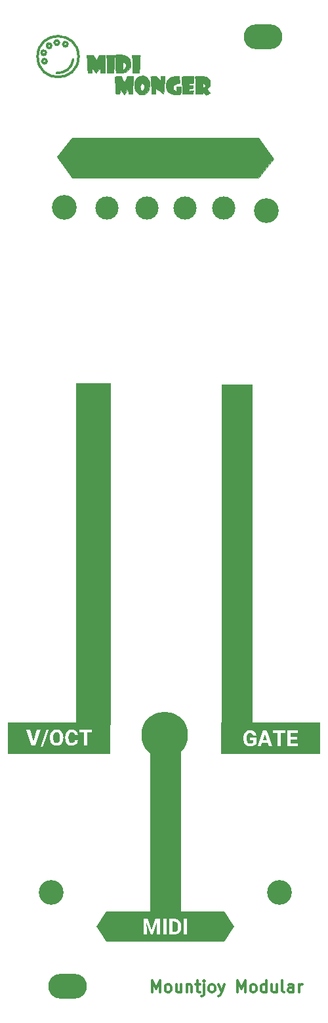
<source format=gbr>
G04 #@! TF.GenerationSoftware,KiCad,Pcbnew,(6.0.11)*
G04 #@! TF.CreationDate,2023-03-02T17:20:23+00:00*
G04 #@! TF.ProjectId,QMidiMonger_panel,514d6964-694d-46f6-9e67-65725f70616e,rev?*
G04 #@! TF.SameCoordinates,Original*
G04 #@! TF.FileFunction,Soldermask,Top*
G04 #@! TF.FilePolarity,Negative*
%FSLAX46Y46*%
G04 Gerber Fmt 4.6, Leading zero omitted, Abs format (unit mm)*
G04 Created by KiCad (PCBNEW (6.0.11)) date 2023-03-02 17:20:23*
%MOMM*%
%LPD*%
G01*
G04 APERTURE LIST*
%ADD10C,0.300000*%
%ADD11C,0.100000*%
%ADD12C,0.010000*%
%ADD13C,3.200000*%
%ADD14C,3.000000*%
%ADD15O,5.000000X3.200000*%
%ADD16C,6.000000*%
G04 APERTURE END LIST*
D10*
X101282843Y-33150000D02*
G75*
G03*
X101282843Y-33150000I-282843J0D01*
G01*
X102282843Y-32750000D02*
G75*
G03*
X102282843Y-32750000I-282843J0D01*
G01*
X103382843Y-32950000D02*
G75*
G03*
X103382843Y-32950000I-282843J0D01*
G01*
X100682843Y-35150000D02*
G75*
G03*
X100682843Y-35150000I-282843J0D01*
G01*
X102000000Y-36650000D02*
G75*
G03*
X104100000Y-34950000I200000J1900000D01*
G01*
D11*
X114050000Y-121800000D02*
X117950000Y-121800000D01*
X117950000Y-121800000D02*
X117950000Y-144800000D01*
X117950000Y-144800000D02*
X114050000Y-144800000D01*
X114050000Y-144800000D02*
X114050000Y-121800000D01*
G36*
X114050000Y-121800000D02*
G01*
X117950000Y-121800000D01*
X117950000Y-144800000D01*
X114050000Y-144800000D01*
X114050000Y-121800000D01*
G37*
X123250000Y-76900000D02*
X127150000Y-76900000D01*
X127150000Y-76900000D02*
X127150000Y-120800000D01*
X127150000Y-120800000D02*
X123250000Y-120800000D01*
X123250000Y-120800000D02*
X123250000Y-76900000D01*
G36*
X123250000Y-76900000D02*
G01*
X127150000Y-76900000D01*
X127150000Y-120800000D01*
X123250000Y-120800000D01*
X123250000Y-76900000D01*
G37*
D10*
X104800001Y-34550000D02*
G75*
G03*
X104800001Y-34550000I-2640076J0D01*
G01*
D11*
G36*
X130000000Y-47700000D02*
G01*
X128000000Y-50200000D01*
X104000000Y-50200000D01*
X102000000Y-47500000D01*
X104000000Y-45000000D01*
X128000000Y-45000000D01*
X130000000Y-47700000D01*
G37*
X130000000Y-47700000D02*
X128000000Y-50200000D01*
X104000000Y-50200000D01*
X102000000Y-47500000D01*
X104000000Y-45000000D01*
X128000000Y-45000000D01*
X130000000Y-47700000D01*
X104500000Y-76720000D02*
X108900000Y-76720000D01*
X108900000Y-76720000D02*
X108900000Y-120720000D01*
X108900000Y-120720000D02*
X104500000Y-120720000D01*
X104500000Y-120720000D02*
X104500000Y-76720000D01*
G36*
X104500000Y-76720000D02*
G01*
X108900000Y-76720000D01*
X108900000Y-120720000D01*
X104500000Y-120720000D01*
X104500000Y-76720000D01*
G37*
D10*
X100582843Y-34050000D02*
G75*
G03*
X100582843Y-34050000I-282843J0D01*
G01*
X114328571Y-155278571D02*
X114328571Y-153778571D01*
X114828571Y-154850000D01*
X115328571Y-153778571D01*
X115328571Y-155278571D01*
X116257142Y-155278571D02*
X116114285Y-155207142D01*
X116042857Y-155135714D01*
X115971428Y-154992857D01*
X115971428Y-154564285D01*
X116042857Y-154421428D01*
X116114285Y-154350000D01*
X116257142Y-154278571D01*
X116471428Y-154278571D01*
X116614285Y-154350000D01*
X116685714Y-154421428D01*
X116757142Y-154564285D01*
X116757142Y-154992857D01*
X116685714Y-155135714D01*
X116614285Y-155207142D01*
X116471428Y-155278571D01*
X116257142Y-155278571D01*
X118042857Y-154278571D02*
X118042857Y-155278571D01*
X117400000Y-154278571D02*
X117400000Y-155064285D01*
X117471428Y-155207142D01*
X117614285Y-155278571D01*
X117828571Y-155278571D01*
X117971428Y-155207142D01*
X118042857Y-155135714D01*
X118757142Y-154278571D02*
X118757142Y-155278571D01*
X118757142Y-154421428D02*
X118828571Y-154350000D01*
X118971428Y-154278571D01*
X119185714Y-154278571D01*
X119328571Y-154350000D01*
X119400000Y-154492857D01*
X119400000Y-155278571D01*
X119900000Y-154278571D02*
X120471428Y-154278571D01*
X120114285Y-153778571D02*
X120114285Y-155064285D01*
X120185714Y-155207142D01*
X120328571Y-155278571D01*
X120471428Y-155278571D01*
X120971428Y-154278571D02*
X120971428Y-155564285D01*
X120900000Y-155707142D01*
X120757142Y-155778571D01*
X120685714Y-155778571D01*
X120971428Y-153778571D02*
X120900000Y-153850000D01*
X120971428Y-153921428D01*
X121042857Y-153850000D01*
X120971428Y-153778571D01*
X120971428Y-153921428D01*
X121900000Y-155278571D02*
X121757142Y-155207142D01*
X121685714Y-155135714D01*
X121614285Y-154992857D01*
X121614285Y-154564285D01*
X121685714Y-154421428D01*
X121757142Y-154350000D01*
X121900000Y-154278571D01*
X122114285Y-154278571D01*
X122257142Y-154350000D01*
X122328571Y-154421428D01*
X122400000Y-154564285D01*
X122400000Y-154992857D01*
X122328571Y-155135714D01*
X122257142Y-155207142D01*
X122114285Y-155278571D01*
X121900000Y-155278571D01*
X122900000Y-154278571D02*
X123257142Y-155278571D01*
X123614285Y-154278571D02*
X123257142Y-155278571D01*
X123114285Y-155635714D01*
X123042857Y-155707142D01*
X122900000Y-155778571D01*
X125328571Y-155278571D02*
X125328571Y-153778571D01*
X125828571Y-154850000D01*
X126328571Y-153778571D01*
X126328571Y-155278571D01*
X127257142Y-155278571D02*
X127114285Y-155207142D01*
X127042857Y-155135714D01*
X126971428Y-154992857D01*
X126971428Y-154564285D01*
X127042857Y-154421428D01*
X127114285Y-154350000D01*
X127257142Y-154278571D01*
X127471428Y-154278571D01*
X127614285Y-154350000D01*
X127685714Y-154421428D01*
X127757142Y-154564285D01*
X127757142Y-154992857D01*
X127685714Y-155135714D01*
X127614285Y-155207142D01*
X127471428Y-155278571D01*
X127257142Y-155278571D01*
X129042857Y-155278571D02*
X129042857Y-153778571D01*
X129042857Y-155207142D02*
X128900000Y-155278571D01*
X128614285Y-155278571D01*
X128471428Y-155207142D01*
X128400000Y-155135714D01*
X128328571Y-154992857D01*
X128328571Y-154564285D01*
X128400000Y-154421428D01*
X128471428Y-154350000D01*
X128614285Y-154278571D01*
X128900000Y-154278571D01*
X129042857Y-154350000D01*
X130400000Y-154278571D02*
X130400000Y-155278571D01*
X129757142Y-154278571D02*
X129757142Y-155064285D01*
X129828571Y-155207142D01*
X129971428Y-155278571D01*
X130185714Y-155278571D01*
X130328571Y-155207142D01*
X130400000Y-155135714D01*
X131328571Y-155278571D02*
X131185714Y-155207142D01*
X131114285Y-155064285D01*
X131114285Y-153778571D01*
X132542857Y-155278571D02*
X132542857Y-154492857D01*
X132471428Y-154350000D01*
X132328571Y-154278571D01*
X132042857Y-154278571D01*
X131900000Y-154350000D01*
X132542857Y-155207142D02*
X132400000Y-155278571D01*
X132042857Y-155278571D01*
X131900000Y-155207142D01*
X131828571Y-155064285D01*
X131828571Y-154921428D01*
X131900000Y-154778571D01*
X132042857Y-154707142D01*
X132400000Y-154707142D01*
X132542857Y-154635714D01*
X133257142Y-155278571D02*
X133257142Y-154278571D01*
X133257142Y-154564285D02*
X133328571Y-154421428D01*
X133400000Y-154350000D01*
X133542857Y-154278571D01*
X133685714Y-154278571D01*
G36*
X119875807Y-37926646D02*
G01*
X119865102Y-37634219D01*
X119857587Y-37392069D01*
X119853696Y-37214944D01*
X119853861Y-37117593D01*
X119855474Y-37103576D01*
X119909064Y-37095284D01*
X120043753Y-37088136D01*
X120239041Y-37082909D01*
X120467765Y-37080404D01*
X120743904Y-37082210D01*
X120943796Y-37092365D01*
X121092658Y-37114006D01*
X121215710Y-37150269D01*
X121293709Y-37183126D01*
X121526873Y-37313229D01*
X121676257Y-37461652D01*
X121759465Y-37653304D01*
X121792696Y-37889088D01*
X121799278Y-38082258D01*
X121783079Y-38215920D01*
X121735383Y-38331187D01*
X121679979Y-38420847D01*
X121594324Y-38539602D01*
X121528028Y-38612658D01*
X121508888Y-38623677D01*
X121437513Y-38648640D01*
X121399538Y-38670010D01*
X121372841Y-38710310D01*
X121397092Y-38780081D01*
X121480497Y-38896508D01*
X121545671Y-38976066D01*
X121652784Y-39109483D01*
X121724259Y-39209227D01*
X121744684Y-39253783D01*
X121744642Y-39253822D01*
X121692361Y-39284216D01*
X121576990Y-39344936D01*
X121463687Y-39402572D01*
X121308110Y-39474798D01*
X121214726Y-39498997D01*
X121158986Y-39480041D01*
X121145191Y-39465778D01*
X121091032Y-39386074D01*
X121009044Y-39249871D01*
X120938033Y-39124494D01*
X120787549Y-38851500D01*
X120785709Y-39384900D01*
X119938014Y-39384900D01*
X119894248Y-38370013D01*
X120785791Y-38370013D01*
X120797012Y-38488058D01*
X120816075Y-38534733D01*
X120888018Y-38544569D01*
X120999255Y-38505673D01*
X121077809Y-38456393D01*
X121137403Y-38354819D01*
X121125560Y-38226785D01*
X121048704Y-38111098D01*
X121016542Y-38086292D01*
X120910639Y-38037586D01*
X120838742Y-38037319D01*
X120808561Y-38102843D01*
X120790276Y-38227674D01*
X120785791Y-38370013D01*
X119894248Y-38370013D01*
X119889270Y-38254600D01*
X119875807Y-37926646D01*
G37*
D12*
X119875807Y-37926646D02*
X119865102Y-37634219D01*
X119857587Y-37392069D01*
X119853696Y-37214944D01*
X119853861Y-37117593D01*
X119855474Y-37103576D01*
X119909064Y-37095284D01*
X120043753Y-37088136D01*
X120239041Y-37082909D01*
X120467765Y-37080404D01*
X120743904Y-37082210D01*
X120943796Y-37092365D01*
X121092658Y-37114006D01*
X121215710Y-37150269D01*
X121293709Y-37183126D01*
X121526873Y-37313229D01*
X121676257Y-37461652D01*
X121759465Y-37653304D01*
X121792696Y-37889088D01*
X121799278Y-38082258D01*
X121783079Y-38215920D01*
X121735383Y-38331187D01*
X121679979Y-38420847D01*
X121594324Y-38539602D01*
X121528028Y-38612658D01*
X121508888Y-38623677D01*
X121437513Y-38648640D01*
X121399538Y-38670010D01*
X121372841Y-38710310D01*
X121397092Y-38780081D01*
X121480497Y-38896508D01*
X121545671Y-38976066D01*
X121652784Y-39109483D01*
X121724259Y-39209227D01*
X121744684Y-39253783D01*
X121744642Y-39253822D01*
X121692361Y-39284216D01*
X121576990Y-39344936D01*
X121463687Y-39402572D01*
X121308110Y-39474798D01*
X121214726Y-39498997D01*
X121158986Y-39480041D01*
X121145191Y-39465778D01*
X121091032Y-39386074D01*
X121009044Y-39249871D01*
X120938033Y-39124494D01*
X120787549Y-38851500D01*
X120785709Y-39384900D01*
X119938014Y-39384900D01*
X119894248Y-38370013D01*
X120785791Y-38370013D01*
X120797012Y-38488058D01*
X120816075Y-38534733D01*
X120888018Y-38544569D01*
X120999255Y-38505673D01*
X121077809Y-38456393D01*
X121137403Y-38354819D01*
X121125560Y-38226785D01*
X121048704Y-38111098D01*
X121016542Y-38086292D01*
X120910639Y-38037586D01*
X120838742Y-38037319D01*
X120808561Y-38102843D01*
X120790276Y-38227674D01*
X120785791Y-38370013D01*
X119894248Y-38370013D01*
X119889270Y-38254600D01*
X119875807Y-37926646D01*
G36*
X115642935Y-37098868D02*
G01*
X115910362Y-37098900D01*
X115877441Y-37822800D01*
X115862592Y-38128647D01*
X115845846Y-38440421D01*
X115829161Y-38723464D01*
X115814494Y-38943115D01*
X115813214Y-38960248D01*
X115781909Y-39373797D01*
X115284688Y-38998348D01*
X115089646Y-38853929D01*
X114922174Y-38735256D01*
X114799655Y-38654280D01*
X114739469Y-38622951D01*
X114738588Y-38622900D01*
X114715155Y-38669575D01*
X114697876Y-38793196D01*
X114689910Y-38969149D01*
X114689709Y-39003900D01*
X114689709Y-39384900D01*
X114243083Y-39384900D01*
X114213249Y-38991200D01*
X114198910Y-38780231D01*
X114182525Y-38504963D01*
X114166211Y-38202611D01*
X114153293Y-37937100D01*
X114140078Y-37681423D01*
X114125615Y-37457290D01*
X114111548Y-37287076D01*
X114099520Y-37193155D01*
X114098216Y-37187800D01*
X114096174Y-37141564D01*
X114135376Y-37114733D01*
X114235283Y-37102214D01*
X114415354Y-37098918D01*
X114438087Y-37098900D01*
X114802913Y-37098899D01*
X115107478Y-37362749D01*
X115412043Y-37626598D01*
X115375509Y-37098836D01*
X115642935Y-37098868D01*
G37*
X115642935Y-37098868D02*
X115910362Y-37098900D01*
X115877441Y-37822800D01*
X115862592Y-38128647D01*
X115845846Y-38440421D01*
X115829161Y-38723464D01*
X115814494Y-38943115D01*
X115813214Y-38960248D01*
X115781909Y-39373797D01*
X115284688Y-38998348D01*
X115089646Y-38853929D01*
X114922174Y-38735256D01*
X114799655Y-38654280D01*
X114739469Y-38622951D01*
X114738588Y-38622900D01*
X114715155Y-38669575D01*
X114697876Y-38793196D01*
X114689910Y-38969149D01*
X114689709Y-39003900D01*
X114689709Y-39384900D01*
X114243083Y-39384900D01*
X114213249Y-38991200D01*
X114198910Y-38780231D01*
X114182525Y-38504963D01*
X114166211Y-38202611D01*
X114153293Y-37937100D01*
X114140078Y-37681423D01*
X114125615Y-37457290D01*
X114111548Y-37287076D01*
X114099520Y-37193155D01*
X114098216Y-37187800D01*
X114096174Y-37141564D01*
X114135376Y-37114733D01*
X114235283Y-37102214D01*
X114415354Y-37098918D01*
X114438087Y-37098900D01*
X114802913Y-37098899D01*
X115107478Y-37362749D01*
X115412043Y-37626598D01*
X115375509Y-37098836D01*
X115642935Y-37098868D01*
G36*
X117806672Y-37411151D02*
G01*
X117831970Y-37665525D01*
X117841483Y-37835775D01*
X117830358Y-37938791D01*
X117793740Y-37991458D01*
X117726775Y-38010664D01*
X117633586Y-38013300D01*
X117387915Y-38050476D01*
X117188364Y-38151560D01*
X117047207Y-38300887D01*
X116976717Y-38482788D01*
X116989170Y-38681599D01*
X117030597Y-38782940D01*
X117108713Y-38862812D01*
X117239290Y-38947190D01*
X117377695Y-39010657D01*
X117463239Y-39029300D01*
X117475710Y-38983537D01*
X117474409Y-38864500D01*
X117462348Y-38724500D01*
X117427863Y-38419700D01*
X118041401Y-38419700D01*
X118009476Y-38889600D01*
X117993616Y-39096998D01*
X117977616Y-39262681D01*
X117963929Y-39362944D01*
X117958554Y-39381342D01*
X117896377Y-39397509D01*
X117760253Y-39409003D01*
X117577741Y-39415565D01*
X117376398Y-39416938D01*
X117183784Y-39412862D01*
X117027455Y-39403080D01*
X116946463Y-39390826D01*
X116623199Y-39261031D01*
X116366971Y-39060130D01*
X116185627Y-38796991D01*
X116087018Y-38480482D01*
X116077692Y-38409395D01*
X116082970Y-38048569D01*
X116175048Y-37734486D01*
X116350828Y-37473295D01*
X116607217Y-37271140D01*
X116667371Y-37238600D01*
X116830832Y-37164343D01*
X116981685Y-37121743D01*
X117160124Y-37102674D01*
X117358581Y-37098900D01*
X117774035Y-37098900D01*
X117806672Y-37411151D01*
G37*
X117806672Y-37411151D02*
X117831970Y-37665525D01*
X117841483Y-37835775D01*
X117830358Y-37938791D01*
X117793740Y-37991458D01*
X117726775Y-38010664D01*
X117633586Y-38013300D01*
X117387915Y-38050476D01*
X117188364Y-38151560D01*
X117047207Y-38300887D01*
X116976717Y-38482788D01*
X116989170Y-38681599D01*
X117030597Y-38782940D01*
X117108713Y-38862812D01*
X117239290Y-38947190D01*
X117377695Y-39010657D01*
X117463239Y-39029300D01*
X117475710Y-38983537D01*
X117474409Y-38864500D01*
X117462348Y-38724500D01*
X117427863Y-38419700D01*
X118041401Y-38419700D01*
X118009476Y-38889600D01*
X117993616Y-39096998D01*
X117977616Y-39262681D01*
X117963929Y-39362944D01*
X117958554Y-39381342D01*
X117896377Y-39397509D01*
X117760253Y-39409003D01*
X117577741Y-39415565D01*
X117376398Y-39416938D01*
X117183784Y-39412862D01*
X117027455Y-39403080D01*
X116946463Y-39390826D01*
X116623199Y-39261031D01*
X116366971Y-39060130D01*
X116185627Y-38796991D01*
X116087018Y-38480482D01*
X116077692Y-38409395D01*
X116082970Y-38048569D01*
X116175048Y-37734486D01*
X116350828Y-37473295D01*
X116607217Y-37271140D01*
X116667371Y-37238600D01*
X116830832Y-37164343D01*
X116981685Y-37121743D01*
X117160124Y-37102674D01*
X117358581Y-37098900D01*
X117774035Y-37098900D01*
X117806672Y-37411151D01*
G36*
X119629477Y-37467199D02*
G01*
X119617484Y-37714955D01*
X119601713Y-37878090D01*
X119572609Y-37973422D01*
X119520616Y-38017766D01*
X119436181Y-38027938D01*
X119314751Y-38021097D01*
X119163660Y-38014009D01*
X119087864Y-38027563D01*
X119061467Y-38073311D01*
X119058509Y-38135397D01*
X119065844Y-38212903D01*
X119105023Y-38252008D01*
X119201804Y-38265765D01*
X119318859Y-38267300D01*
X119579209Y-38267300D01*
X119547459Y-38426049D01*
X119525132Y-38550604D01*
X119515710Y-38628832D01*
X119515709Y-38629249D01*
X119470292Y-38655762D01*
X119355386Y-38671662D01*
X119287109Y-38673700D01*
X119146576Y-38677990D01*
X119080020Y-38703506D01*
X119059839Y-38769214D01*
X119058509Y-38830801D01*
X119058509Y-38987903D01*
X119337900Y-38970501D01*
X119617291Y-38953100D01*
X119585228Y-39130900D01*
X119558057Y-39260132D01*
X119533846Y-39341933D01*
X119531438Y-39346800D01*
X119475299Y-39361122D01*
X119337427Y-39372987D01*
X119137684Y-39381268D01*
X118895928Y-39384839D01*
X118859256Y-39384900D01*
X118208799Y-39384900D01*
X118171604Y-38309617D01*
X118159344Y-37986314D01*
X118146273Y-37695453D01*
X118133278Y-37453071D01*
X118121245Y-37275207D01*
X118111061Y-37177901D01*
X118108424Y-37166617D01*
X118116273Y-37140152D01*
X118171617Y-37121280D01*
X118286889Y-37108885D01*
X118474522Y-37101855D01*
X118746947Y-37099075D01*
X118864234Y-37098899D01*
X119646030Y-37098899D01*
X119629477Y-37467199D01*
G37*
X119629477Y-37467199D02*
X119617484Y-37714955D01*
X119601713Y-37878090D01*
X119572609Y-37973422D01*
X119520616Y-38017766D01*
X119436181Y-38027938D01*
X119314751Y-38021097D01*
X119163660Y-38014009D01*
X119087864Y-38027563D01*
X119061467Y-38073311D01*
X119058509Y-38135397D01*
X119065844Y-38212903D01*
X119105023Y-38252008D01*
X119201804Y-38265765D01*
X119318859Y-38267300D01*
X119579209Y-38267300D01*
X119547459Y-38426049D01*
X119525132Y-38550604D01*
X119515710Y-38628832D01*
X119515709Y-38629249D01*
X119470292Y-38655762D01*
X119355386Y-38671662D01*
X119287109Y-38673700D01*
X119146576Y-38677990D01*
X119080020Y-38703506D01*
X119059839Y-38769214D01*
X119058509Y-38830801D01*
X119058509Y-38987903D01*
X119337900Y-38970501D01*
X119617291Y-38953100D01*
X119585228Y-39130900D01*
X119558057Y-39260132D01*
X119533846Y-39341933D01*
X119531438Y-39346800D01*
X119475299Y-39361122D01*
X119337427Y-39372987D01*
X119137684Y-39381268D01*
X118895928Y-39384839D01*
X118859256Y-39384900D01*
X118208799Y-39384900D01*
X118171604Y-38309617D01*
X118159344Y-37986314D01*
X118146273Y-37695453D01*
X118133278Y-37453071D01*
X118121245Y-37275207D01*
X118111061Y-37177901D01*
X118108424Y-37166617D01*
X118116273Y-37140152D01*
X118171617Y-37121280D01*
X118286889Y-37108885D01*
X118474522Y-37101855D01*
X118746947Y-37099075D01*
X118864234Y-37098899D01*
X119646030Y-37098899D01*
X119629477Y-37467199D01*
G36*
X112026912Y-37960624D02*
G01*
X112040770Y-37799527D01*
X112072248Y-37675709D01*
X112127658Y-37557071D01*
X112160327Y-37499806D01*
X112310118Y-37290349D01*
X112483941Y-37152488D01*
X112715103Y-37062252D01*
X112796757Y-37041768D01*
X113102109Y-37019960D01*
X113387714Y-37090980D01*
X113635890Y-37246078D01*
X113828959Y-37476504D01*
X113883022Y-37579398D01*
X113949448Y-37807470D01*
X113978678Y-38090611D01*
X113971039Y-38389475D01*
X113926860Y-38664715D01*
X113872640Y-38826100D01*
X113711220Y-39107304D01*
X113518033Y-39297120D01*
X113281360Y-39403760D01*
X113003131Y-39435510D01*
X112734710Y-39403633D01*
X112557007Y-39327479D01*
X112418837Y-39233730D01*
X112314785Y-39132021D01*
X112217092Y-38990857D01*
X112137516Y-38851500D01*
X112080050Y-38726420D01*
X112045549Y-38588325D01*
X112028725Y-38406353D01*
X112028356Y-38388142D01*
X112741631Y-38388142D01*
X112750995Y-38566725D01*
X112798499Y-38734090D01*
X112878959Y-38862819D01*
X112987187Y-38925495D01*
X113013309Y-38927700D01*
X113110272Y-38888043D01*
X113198404Y-38796695D01*
X113267823Y-38626834D01*
X113286919Y-38432306D01*
X113257297Y-38250193D01*
X113180561Y-38117580D01*
X113168547Y-38106983D01*
X113072785Y-38039357D01*
X113013309Y-38013300D01*
X112948932Y-38042314D01*
X112858070Y-38106983D01*
X112775594Y-38225755D01*
X112741631Y-38388142D01*
X112028356Y-38388142D01*
X112024360Y-38191100D01*
X112026912Y-37960624D01*
G37*
X112026912Y-37960624D02*
X112040770Y-37799527D01*
X112072248Y-37675709D01*
X112127658Y-37557071D01*
X112160327Y-37499806D01*
X112310118Y-37290349D01*
X112483941Y-37152488D01*
X112715103Y-37062252D01*
X112796757Y-37041768D01*
X113102109Y-37019960D01*
X113387714Y-37090980D01*
X113635890Y-37246078D01*
X113828959Y-37476504D01*
X113883022Y-37579398D01*
X113949448Y-37807470D01*
X113978678Y-38090611D01*
X113971039Y-38389475D01*
X113926860Y-38664715D01*
X113872640Y-38826100D01*
X113711220Y-39107304D01*
X113518033Y-39297120D01*
X113281360Y-39403760D01*
X113003131Y-39435510D01*
X112734710Y-39403633D01*
X112557007Y-39327479D01*
X112418837Y-39233730D01*
X112314785Y-39132021D01*
X112217092Y-38990857D01*
X112137516Y-38851500D01*
X112080050Y-38726420D01*
X112045549Y-38588325D01*
X112028725Y-38406353D01*
X112028356Y-38388142D01*
X112741631Y-38388142D01*
X112750995Y-38566725D01*
X112798499Y-38734090D01*
X112878959Y-38862819D01*
X112987187Y-38925495D01*
X113013309Y-38927700D01*
X113110272Y-38888043D01*
X113198404Y-38796695D01*
X113267823Y-38626834D01*
X113286919Y-38432306D01*
X113257297Y-38250193D01*
X113180561Y-38117580D01*
X113168547Y-38106983D01*
X113072785Y-38039357D01*
X113013309Y-38013300D01*
X112948932Y-38042314D01*
X112858070Y-38106983D01*
X112775594Y-38225755D01*
X112741631Y-38388142D01*
X112028356Y-38388142D01*
X112024360Y-38191100D01*
X112026912Y-37960624D01*
G36*
X111860588Y-37098900D02*
G01*
X111827554Y-37746600D01*
X111814035Y-38054820D01*
X111803151Y-38384995D01*
X111796191Y-38692804D01*
X111794315Y-38889600D01*
X111794109Y-39384900D01*
X111239951Y-39384900D01*
X111209909Y-38710672D01*
X110960318Y-39073186D01*
X110847792Y-39235734D01*
X110760204Y-39360577D01*
X110710990Y-39428636D01*
X110705003Y-39435700D01*
X110674100Y-39398099D01*
X110596066Y-39297335D01*
X110484813Y-39151458D01*
X110421193Y-39067400D01*
X110143109Y-38699100D01*
X110128087Y-39042000D01*
X110113066Y-39384900D01*
X109615934Y-39384900D01*
X109589643Y-39169000D01*
X109578938Y-39045005D01*
X109566373Y-38842123D01*
X109553142Y-38583021D01*
X109540440Y-38290367D01*
X109533284Y-38099980D01*
X109521642Y-37811625D01*
X109508536Y-37555861D01*
X109495135Y-37351246D01*
X109482610Y-37216338D01*
X109474827Y-37172880D01*
X109476958Y-37136441D01*
X109528540Y-37113995D01*
X109646196Y-37102506D01*
X109846544Y-37098940D01*
X109879949Y-37098900D01*
X110313461Y-37098900D01*
X110441506Y-37378589D01*
X110524227Y-37549814D01*
X110602985Y-37697445D01*
X110645396Y-37766560D01*
X110684369Y-37814143D01*
X110719676Y-37820103D01*
X110763617Y-37771597D01*
X110828492Y-37655780D01*
X110913214Y-37486871D01*
X111105188Y-37098899D01*
X111482888Y-37098899D01*
X111860588Y-37098900D01*
G37*
X111860588Y-37098900D02*
X111827554Y-37746600D01*
X111814035Y-38054820D01*
X111803151Y-38384995D01*
X111796191Y-38692804D01*
X111794315Y-38889600D01*
X111794109Y-39384900D01*
X111239951Y-39384900D01*
X111209909Y-38710672D01*
X110960318Y-39073186D01*
X110847792Y-39235734D01*
X110760204Y-39360577D01*
X110710990Y-39428636D01*
X110705003Y-39435700D01*
X110674100Y-39398099D01*
X110596066Y-39297335D01*
X110484813Y-39151458D01*
X110421193Y-39067400D01*
X110143109Y-38699100D01*
X110128087Y-39042000D01*
X110113066Y-39384900D01*
X109615934Y-39384900D01*
X109589643Y-39169000D01*
X109578938Y-39045005D01*
X109566373Y-38842123D01*
X109553142Y-38583021D01*
X109540440Y-38290367D01*
X109533284Y-38099980D01*
X109521642Y-37811625D01*
X109508536Y-37555861D01*
X109495135Y-37351246D01*
X109482610Y-37216338D01*
X109474827Y-37172880D01*
X109476958Y-37136441D01*
X109528540Y-37113995D01*
X109646196Y-37102506D01*
X109846544Y-37098940D01*
X109879949Y-37098900D01*
X110313461Y-37098900D01*
X110441506Y-37378589D01*
X110524227Y-37549814D01*
X110602985Y-37697445D01*
X110645396Y-37766560D01*
X110684369Y-37814143D01*
X110719676Y-37820103D01*
X110763617Y-37771597D01*
X110828492Y-37655780D01*
X110913214Y-37486871D01*
X111105188Y-37098899D01*
X111482888Y-37098899D01*
X111860588Y-37098900D01*
G36*
X108247279Y-34336400D02*
G01*
X108214245Y-34984100D01*
X108200726Y-35292320D01*
X108189842Y-35622495D01*
X108182882Y-35930304D01*
X108181006Y-36127100D01*
X108180800Y-36622400D01*
X107626642Y-36622400D01*
X107596600Y-35948172D01*
X107347009Y-36310686D01*
X107234483Y-36473234D01*
X107146895Y-36598077D01*
X107097681Y-36666136D01*
X107091694Y-36673200D01*
X107060791Y-36635599D01*
X106982757Y-36534835D01*
X106871504Y-36388958D01*
X106807884Y-36304900D01*
X106529800Y-35936600D01*
X106514778Y-36279500D01*
X106499757Y-36622400D01*
X106002625Y-36622400D01*
X105976334Y-36406500D01*
X105965629Y-36282505D01*
X105953064Y-36079623D01*
X105939833Y-35820521D01*
X105927131Y-35527867D01*
X105919975Y-35337480D01*
X105908333Y-35049125D01*
X105895227Y-34793361D01*
X105881826Y-34588746D01*
X105869301Y-34453838D01*
X105861518Y-34410380D01*
X105863649Y-34373941D01*
X105915231Y-34351495D01*
X106032887Y-34340006D01*
X106233235Y-34336440D01*
X106266640Y-34336400D01*
X106700152Y-34336400D01*
X106828197Y-34616089D01*
X106910918Y-34787314D01*
X106989676Y-34934945D01*
X107032087Y-35004060D01*
X107071060Y-35051643D01*
X107106367Y-35057603D01*
X107150308Y-35009097D01*
X107215183Y-34893280D01*
X107299905Y-34724371D01*
X107491879Y-34336399D01*
X107869579Y-34336399D01*
X108247279Y-34336400D01*
G37*
X108247279Y-34336400D02*
X108214245Y-34984100D01*
X108200726Y-35292320D01*
X108189842Y-35622495D01*
X108182882Y-35930304D01*
X108181006Y-36127100D01*
X108180800Y-36622400D01*
X107626642Y-36622400D01*
X107596600Y-35948172D01*
X107347009Y-36310686D01*
X107234483Y-36473234D01*
X107146895Y-36598077D01*
X107097681Y-36666136D01*
X107091694Y-36673200D01*
X107060791Y-36635599D01*
X106982757Y-36534835D01*
X106871504Y-36388958D01*
X106807884Y-36304900D01*
X106529800Y-35936600D01*
X106514778Y-36279500D01*
X106499757Y-36622400D01*
X106002625Y-36622400D01*
X105976334Y-36406500D01*
X105965629Y-36282505D01*
X105953064Y-36079623D01*
X105939833Y-35820521D01*
X105927131Y-35527867D01*
X105919975Y-35337480D01*
X105908333Y-35049125D01*
X105895227Y-34793361D01*
X105881826Y-34588746D01*
X105869301Y-34453838D01*
X105861518Y-34410380D01*
X105863649Y-34373941D01*
X105915231Y-34351495D01*
X106032887Y-34340006D01*
X106233235Y-34336440D01*
X106266640Y-34336400D01*
X106700152Y-34336400D01*
X106828197Y-34616089D01*
X106910918Y-34787314D01*
X106989676Y-34934945D01*
X107032087Y-35004060D01*
X107071060Y-35051643D01*
X107106367Y-35057603D01*
X107150308Y-35009097D01*
X107215183Y-34893280D01*
X107299905Y-34724371D01*
X107491879Y-34336399D01*
X107869579Y-34336399D01*
X108247279Y-34336400D01*
G36*
X109158500Y-34337142D02*
G01*
X109313554Y-34341887D01*
X109401056Y-34354407D01*
X109438030Y-34378475D01*
X109441500Y-34417866D01*
X109434517Y-34450699D01*
X109424443Y-34535089D01*
X109412306Y-34703611D01*
X109399071Y-34938841D01*
X109385701Y-35223356D01*
X109373162Y-35539735D01*
X109371243Y-35593700D01*
X109335266Y-36622400D01*
X108496700Y-36622400D01*
X108462948Y-35619100D01*
X108451156Y-35300880D01*
X108438330Y-35009622D01*
X108425435Y-34763591D01*
X108413436Y-34581052D01*
X108403299Y-34480270D01*
X108402562Y-34476100D01*
X108375927Y-34336400D01*
X108918870Y-34336399D01*
X109158500Y-34337142D01*
G37*
X109158500Y-34337142D02*
X109313554Y-34341887D01*
X109401056Y-34354407D01*
X109438030Y-34378475D01*
X109441500Y-34417866D01*
X109434517Y-34450699D01*
X109424443Y-34535089D01*
X109412306Y-34703611D01*
X109399071Y-34938841D01*
X109385701Y-35223356D01*
X109373162Y-35539735D01*
X109371243Y-35593700D01*
X109335266Y-36622400D01*
X108496700Y-36622400D01*
X108462948Y-35619100D01*
X108451156Y-35300880D01*
X108438330Y-35009622D01*
X108425435Y-34763591D01*
X108413436Y-34581052D01*
X108403299Y-34480270D01*
X108402562Y-34476100D01*
X108375927Y-34336400D01*
X108918870Y-34336399D01*
X109158500Y-34337142D01*
G36*
X109571695Y-35393405D02*
G01*
X109557317Y-35101116D01*
X109542728Y-34849921D01*
X109529162Y-34661494D01*
X109519988Y-34571312D01*
X109489588Y-34349522D01*
X109827776Y-34313305D01*
X110251039Y-34302218D01*
X110632484Y-34360486D01*
X110960621Y-34483932D01*
X111223961Y-34668379D01*
X111396330Y-34883530D01*
X111471775Y-35079965D01*
X111514944Y-35332336D01*
X111521957Y-35599025D01*
X111488932Y-35838415D01*
X111486311Y-35848366D01*
X111370911Y-36102389D01*
X111181798Y-36330920D01*
X110946672Y-36502282D01*
X110890732Y-36529512D01*
X110714556Y-36582864D01*
X110474592Y-36623836D01*
X110208283Y-36648709D01*
X109953072Y-36653765D01*
X109776132Y-36640194D01*
X109618865Y-36617131D01*
X109594608Y-35971001D01*
X110471512Y-35971001D01*
X110472792Y-36108086D01*
X110485492Y-36179178D01*
X110513724Y-36202057D01*
X110561603Y-36194500D01*
X110579140Y-36189336D01*
X110709727Y-36125380D01*
X110789898Y-36063981D01*
X110855083Y-35957056D01*
X110901840Y-35801170D01*
X110909441Y-35751192D01*
X110897722Y-35538344D01*
X110813809Y-35384176D01*
X110665134Y-35300445D01*
X110619200Y-35291956D01*
X110559847Y-35287951D01*
X110521960Y-35306166D01*
X110499804Y-35365152D01*
X110487643Y-35483459D01*
X110479742Y-35679639D01*
X110477540Y-35750145D01*
X110471512Y-35971001D01*
X109594608Y-35971001D01*
X109584626Y-35705116D01*
X109571695Y-35393405D01*
G37*
X109571695Y-35393405D02*
X109557317Y-35101116D01*
X109542728Y-34849921D01*
X109529162Y-34661494D01*
X109519988Y-34571312D01*
X109489588Y-34349522D01*
X109827776Y-34313305D01*
X110251039Y-34302218D01*
X110632484Y-34360486D01*
X110960621Y-34483932D01*
X111223961Y-34668379D01*
X111396330Y-34883530D01*
X111471775Y-35079965D01*
X111514944Y-35332336D01*
X111521957Y-35599025D01*
X111488932Y-35838415D01*
X111486311Y-35848366D01*
X111370911Y-36102389D01*
X111181798Y-36330920D01*
X110946672Y-36502282D01*
X110890732Y-36529512D01*
X110714556Y-36582864D01*
X110474592Y-36623836D01*
X110208283Y-36648709D01*
X109953072Y-36653765D01*
X109776132Y-36640194D01*
X109618865Y-36617131D01*
X109594608Y-35971001D01*
X110471512Y-35971001D01*
X110472792Y-36108086D01*
X110485492Y-36179178D01*
X110513724Y-36202057D01*
X110561603Y-36194500D01*
X110579140Y-36189336D01*
X110709727Y-36125380D01*
X110789898Y-36063981D01*
X110855083Y-35957056D01*
X110901840Y-35801170D01*
X110909441Y-35751192D01*
X110897722Y-35538344D01*
X110813809Y-35384176D01*
X110665134Y-35300445D01*
X110619200Y-35291956D01*
X110559847Y-35287951D01*
X110521960Y-35306166D01*
X110499804Y-35365152D01*
X110487643Y-35483459D01*
X110479742Y-35679639D01*
X110477540Y-35750145D01*
X110471512Y-35971001D01*
X109594608Y-35971001D01*
X109584626Y-35705116D01*
X109571695Y-35393405D01*
G36*
X112460500Y-34337142D02*
G01*
X112615554Y-34341887D01*
X112703056Y-34354407D01*
X112740030Y-34378475D01*
X112743500Y-34417866D01*
X112736517Y-34450699D01*
X112726443Y-34535089D01*
X112714306Y-34703611D01*
X112701071Y-34938841D01*
X112687701Y-35223356D01*
X112675162Y-35539735D01*
X112673243Y-35593700D01*
X112637266Y-36622400D01*
X111798700Y-36622400D01*
X111764948Y-35619100D01*
X111753156Y-35300880D01*
X111740330Y-35009622D01*
X111727435Y-34763591D01*
X111715436Y-34581052D01*
X111705299Y-34480270D01*
X111704562Y-34476100D01*
X111677927Y-34336400D01*
X112220870Y-34336399D01*
X112460500Y-34337142D01*
G37*
X112460500Y-34337142D02*
X112615554Y-34341887D01*
X112703056Y-34354407D01*
X112740030Y-34378475D01*
X112743500Y-34417866D01*
X112736517Y-34450699D01*
X112726443Y-34535089D01*
X112714306Y-34703611D01*
X112701071Y-34938841D01*
X112687701Y-35223356D01*
X112675162Y-35539735D01*
X112673243Y-35593700D01*
X112637266Y-36622400D01*
X111798700Y-36622400D01*
X111764948Y-35619100D01*
X111753156Y-35300880D01*
X111740330Y-35009622D01*
X111727435Y-34763591D01*
X111715436Y-34581052D01*
X111705299Y-34480270D01*
X111704562Y-34476100D01*
X111677927Y-34336400D01*
X112220870Y-34336399D01*
X112460500Y-34337142D01*
G36*
X107106202Y-146800000D02*
G01*
X108418370Y-144831748D01*
X123581630Y-144831748D01*
X124893798Y-146800000D01*
X123581630Y-148768252D01*
X108418370Y-148768252D01*
X107783370Y-147815752D01*
X113180870Y-147815752D01*
X113599449Y-147815752D01*
X113599449Y-147260437D01*
X113557591Y-146303286D01*
X114104534Y-147815752D01*
X114391959Y-147815752D01*
X114940297Y-146301891D01*
X114898439Y-147260437D01*
X114898439Y-147815752D01*
X115318414Y-147815752D01*
X115710483Y-147815752D01*
X116129062Y-147815752D01*
X116516945Y-147815752D01*
X117146209Y-147815752D01*
X118400551Y-147815752D01*
X118819130Y-147815752D01*
X118819130Y-145784248D01*
X118400551Y-145784248D01*
X118400551Y-147815752D01*
X117146209Y-147815752D01*
X117317827Y-147801489D01*
X117477352Y-147760562D01*
X117624785Y-147692969D01*
X117755552Y-147601036D01*
X117865080Y-147487090D01*
X117953369Y-147351129D01*
X118018094Y-147197185D01*
X118056929Y-147029288D01*
X118069874Y-146847439D01*
X118069874Y-146753956D01*
X118056696Y-146571874D01*
X118017164Y-146403280D01*
X117951276Y-146248173D01*
X117861902Y-146111127D01*
X117751909Y-145996716D01*
X117621296Y-145904938D01*
X117474096Y-145837888D01*
X117314338Y-145797658D01*
X117142023Y-145784248D01*
X116516945Y-145784248D01*
X116516945Y-147815752D01*
X116129062Y-147815752D01*
X116129062Y-145784248D01*
X115710483Y-145784248D01*
X115710483Y-147815752D01*
X115318414Y-147815752D01*
X115318414Y-145784248D01*
X114768680Y-145784248D01*
X114249642Y-147257646D01*
X113727813Y-145784248D01*
X113180870Y-145784248D01*
X113180870Y-147815752D01*
X107783370Y-147815752D01*
X107106202Y-146800000D01*
G37*
G36*
X117359336Y-146163237D02*
G01*
X117517349Y-146283055D01*
X117588663Y-146406226D01*
X117631451Y-146562728D01*
X117645714Y-146752561D01*
X117645714Y-146859996D01*
X117629745Y-147043706D01*
X117585562Y-147196720D01*
X117513163Y-147319038D01*
X117354452Y-147439380D01*
X117137838Y-147479493D01*
X116935524Y-147479493D01*
X116935524Y-146123297D01*
X117142023Y-146123297D01*
X117359336Y-146163237D01*
G37*
G36*
X102159078Y-121770626D02*
G01*
X102297907Y-121895153D01*
X102361469Y-122022897D01*
X102399606Y-122184748D01*
X102412319Y-122380705D01*
X102412319Y-122479769D01*
X102398986Y-122674098D01*
X102360849Y-122834786D01*
X102297907Y-122961832D01*
X102160474Y-123085836D01*
X101974206Y-123127171D01*
X101784450Y-123084267D01*
X101644924Y-122955554D01*
X101581362Y-122825639D01*
X101543224Y-122664719D01*
X101530512Y-122472792D01*
X101530512Y-122373729D01*
X101544000Y-122179554D01*
X101582602Y-122019332D01*
X101646319Y-121893060D01*
X101784799Y-121770103D01*
X101971415Y-121729117D01*
X102159078Y-121770626D01*
G37*
G36*
X95679241Y-120430591D02*
G01*
X108920759Y-120430591D01*
X108920759Y-124569409D01*
X95679241Y-124569409D01*
X95679241Y-123616909D01*
X99900844Y-123616909D01*
X100200826Y-123616909D01*
X100584927Y-122483954D01*
X101106352Y-122483954D01*
X101119219Y-122671772D01*
X101155961Y-122844553D01*
X101216578Y-123002295D01*
X101299053Y-123140969D01*
X101401373Y-123256543D01*
X101523536Y-123349018D01*
X101661667Y-123416456D01*
X101811890Y-123456918D01*
X101974206Y-123470406D01*
X102137994Y-123456763D01*
X102288915Y-123415836D01*
X102426969Y-123347623D01*
X102548434Y-123254295D01*
X102649591Y-123138023D01*
X102730439Y-122998807D01*
X102789350Y-122839902D01*
X102824697Y-122664564D01*
X102835707Y-122485350D01*
X103079255Y-122485350D01*
X103093251Y-122702618D01*
X103135240Y-122895383D01*
X103205221Y-123063643D01*
X103303195Y-123207399D01*
X103425585Y-123322464D01*
X103568818Y-123404654D01*
X103732892Y-123453968D01*
X103917808Y-123470406D01*
X104140508Y-123449477D01*
X104332357Y-123386690D01*
X104493354Y-123282045D01*
X104617300Y-123140969D01*
X104697993Y-122968886D01*
X104735433Y-122765798D01*
X104316854Y-122765798D01*
X104282495Y-122927125D01*
X104207325Y-123039967D01*
X104087158Y-123106416D01*
X103917808Y-123128566D01*
X103731715Y-123090545D01*
X103603176Y-122976483D01*
X103547753Y-122855405D01*
X103514500Y-122694949D01*
X103503415Y-122495117D01*
X103503415Y-122341638D01*
X103516515Y-122149789D01*
X103552094Y-121994682D01*
X103610153Y-121876317D01*
X103740435Y-121763824D01*
X103923389Y-121726326D01*
X104091344Y-121748476D01*
X104210116Y-121814926D01*
X104284588Y-121930558D01*
X104319644Y-122100257D01*
X104738223Y-122100257D01*
X104695745Y-121890192D01*
X104629925Y-121750046D01*
X104884726Y-121750046D01*
X105498642Y-121750046D01*
X105498642Y-123442501D01*
X105917221Y-123442501D01*
X105917221Y-121750046D01*
X106539509Y-121750046D01*
X106539509Y-121410997D01*
X104884726Y-121410997D01*
X104884726Y-121750046D01*
X104629925Y-121750046D01*
X104612960Y-121713924D01*
X104489866Y-121571452D01*
X104331426Y-121466807D01*
X104142601Y-121404020D01*
X103923389Y-121383091D01*
X103760996Y-121396346D01*
X103612401Y-121436111D01*
X103477603Y-121502386D01*
X103307904Y-121647668D01*
X103182504Y-121844924D01*
X103125143Y-122001503D01*
X103090727Y-122173586D01*
X103079255Y-122361171D01*
X103079255Y-122485350D01*
X102835707Y-122485350D01*
X102836479Y-122472792D01*
X102836479Y-122382100D01*
X102824464Y-122190872D01*
X102788420Y-122015301D01*
X102728346Y-121855388D01*
X102646335Y-121715087D01*
X102544481Y-121598350D01*
X102422783Y-121505177D01*
X102284885Y-121437352D01*
X102134429Y-121396656D01*
X101971415Y-121383091D01*
X101808402Y-121396656D01*
X101657946Y-121437352D01*
X101520048Y-121505177D01*
X101398350Y-121598350D01*
X101296495Y-121715087D01*
X101214485Y-121855388D01*
X101154411Y-122015456D01*
X101118367Y-122191492D01*
X101106352Y-122383495D01*
X101106352Y-122483954D01*
X100584927Y-122483954D01*
X100948687Y-121410997D01*
X100648705Y-121410997D01*
X99900844Y-123616909D01*
X95679241Y-123616909D01*
X95679241Y-121410997D01*
X98060491Y-121410997D01*
X98765099Y-123442501D01*
X99201817Y-123442501D01*
X99909216Y-121410997D01*
X99443198Y-121410997D01*
X98982761Y-122938810D01*
X98525114Y-121410997D01*
X98060491Y-121410997D01*
X95679241Y-121410997D01*
X95679241Y-120430591D01*
G37*
G36*
X123218064Y-120503843D02*
G01*
X135981936Y-120503843D01*
X135981936Y-124496157D01*
X123218064Y-124496157D01*
X123218064Y-122579530D01*
X126075564Y-122579530D01*
X126089129Y-122768201D01*
X126126104Y-122939818D01*
X126186487Y-123094382D01*
X126317293Y-123287452D01*
X126493445Y-123428548D01*
X126633204Y-123492498D01*
X126787381Y-123530867D01*
X126955975Y-123543657D01*
X127195961Y-123524996D01*
X127231900Y-123515752D01*
X127900569Y-123515752D01*
X128345658Y-123515752D01*
X128485184Y-123097173D01*
X129219093Y-123097173D01*
X129360015Y-123515752D01*
X129805104Y-123515752D01*
X129171596Y-121823297D01*
X129869286Y-121823297D01*
X130483202Y-121823297D01*
X130483202Y-123515752D01*
X130901781Y-123515752D01*
X131762659Y-123515752D01*
X133124436Y-123515752D01*
X133124436Y-123179493D01*
X132181238Y-123179493D01*
X132181238Y-122635341D01*
X132984910Y-122635341D01*
X132984910Y-122307454D01*
X132181238Y-122307454D01*
X132181238Y-121823297D01*
X133121646Y-121823297D01*
X133121646Y-121484248D01*
X131762659Y-121484248D01*
X131762659Y-123515752D01*
X130901781Y-123515752D01*
X130901781Y-121823297D01*
X131524069Y-121823297D01*
X131524069Y-121484248D01*
X129869286Y-121484248D01*
X129869286Y-121823297D01*
X129171596Y-121823297D01*
X129044685Y-121484248D01*
X128656802Y-121484248D01*
X127900569Y-123515752D01*
X127231900Y-123515752D01*
X127413622Y-123469011D01*
X127596750Y-123379191D01*
X127733137Y-123259023D01*
X127733137Y-122448375D01*
X126933651Y-122448375D01*
X126933651Y-122756729D01*
X127314558Y-122756729D01*
X127314558Y-123106940D01*
X127180264Y-123182284D01*
X126978300Y-123207399D01*
X126772149Y-123166587D01*
X126622507Y-123044153D01*
X126555070Y-122917959D01*
X126514607Y-122757039D01*
X126501119Y-122561392D01*
X126501119Y-122431632D01*
X126514297Y-122237845D01*
X126551969Y-122078785D01*
X126614136Y-121954452D01*
X126751220Y-121834110D01*
X126939232Y-121793997D01*
X127088700Y-121814228D01*
X127202239Y-121874922D01*
X127280897Y-121979218D01*
X127325720Y-122130255D01*
X127733137Y-122130255D01*
X127689574Y-121928174D01*
X127609114Y-121760975D01*
X127491757Y-121628658D01*
X127338433Y-121532927D01*
X127150072Y-121475489D01*
X126926675Y-121456343D01*
X126761026Y-121469443D01*
X126610105Y-121508743D01*
X126473912Y-121574243D01*
X126303341Y-121718304D01*
X126178116Y-121914687D01*
X126121143Y-122072119D01*
X126086959Y-122247690D01*
X126075564Y-122441399D01*
X126075564Y-122579530D01*
X123218064Y-122579530D01*
X123218064Y-120503843D01*
G37*
G36*
X129106077Y-122758124D02*
G01*
X128598201Y-122758124D01*
X128850743Y-121997705D01*
X129106077Y-122758124D01*
G37*
D13*
X130700000Y-142400000D03*
D14*
X113500000Y-47600000D03*
X118500000Y-47600000D03*
X108500000Y-54100000D03*
X118500000Y-54100000D03*
X108500000Y-47600000D03*
X123500000Y-47600000D03*
X113600000Y-54100000D03*
X123500000Y-54100000D03*
D15*
X103400000Y-154500000D03*
X128600000Y-32000000D03*
D16*
X115900000Y-122100000D03*
D13*
X101300000Y-142400000D03*
X129000000Y-54400000D03*
X103000000Y-54000000D03*
M02*

</source>
